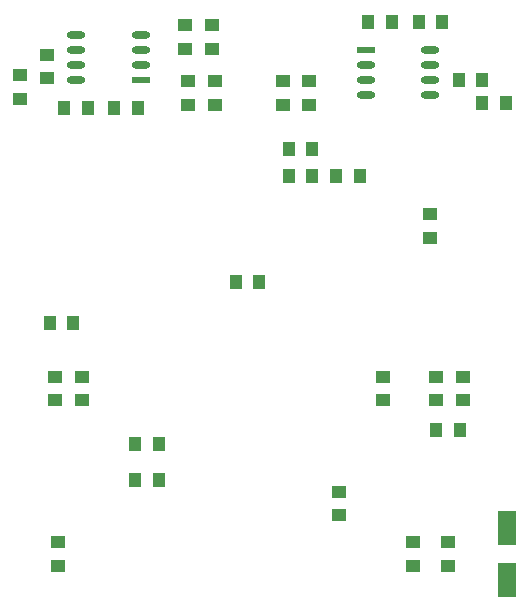
<source format=gtp>
G04*
G04 #@! TF.GenerationSoftware,Altium Limited,Altium Designer,24.2.2 (26)*
G04*
G04 Layer_Color=8421504*
%FSLAX25Y25*%
%MOIN*%
G70*
G04*
G04 #@! TF.SameCoordinates,D69A43C9-FDAF-4BAE-836A-D486D32142D5*
G04*
G04*
G04 #@! TF.FilePolarity,Positive*
G04*
G01*
G75*
%ADD14R,0.04921X0.03937*%
%ADD15R,0.03937X0.04921*%
%ADD16R,0.06299X0.11811*%
%ADD17O,0.06102X0.02362*%
%ADD18R,0.06102X0.02362*%
D14*
X163386Y333661D02*
D03*
Y341535D02*
D03*
X157480Y232283D02*
D03*
Y224410D02*
D03*
X169291D02*
D03*
Y232283D02*
D03*
X82677Y385827D02*
D03*
Y377953D02*
D03*
X91535Y385827D02*
D03*
Y377953D02*
D03*
X81693Y396654D02*
D03*
Y404528D02*
D03*
X35433Y394685D02*
D03*
Y386811D02*
D03*
X90551Y396654D02*
D03*
Y404528D02*
D03*
X26575Y387795D02*
D03*
Y379921D02*
D03*
X123031Y385827D02*
D03*
Y377953D02*
D03*
X114173Y377953D02*
D03*
Y385827D02*
D03*
X38386Y287402D02*
D03*
Y279528D02*
D03*
X165354Y287402D02*
D03*
Y279528D02*
D03*
X147638D02*
D03*
Y287402D02*
D03*
X47244Y279528D02*
D03*
Y287402D02*
D03*
X132874Y241142D02*
D03*
Y249016D02*
D03*
X174213Y279528D02*
D03*
Y287402D02*
D03*
X39370Y232283D02*
D03*
Y224409D02*
D03*
D15*
X72835Y252868D02*
D03*
X64961D02*
D03*
X131890Y354331D02*
D03*
X139764D02*
D03*
X98425Y318898D02*
D03*
X106299D02*
D03*
X65945Y376969D02*
D03*
X58071D02*
D03*
X41339D02*
D03*
X49213D02*
D03*
X188583Y378740D02*
D03*
X180709D02*
D03*
X142717Y405512D02*
D03*
X150591D02*
D03*
X167323D02*
D03*
X159449D02*
D03*
X180709Y386417D02*
D03*
X172835D02*
D03*
X124016Y354331D02*
D03*
X116142D02*
D03*
Y363189D02*
D03*
X124016D02*
D03*
X173228Y269685D02*
D03*
X165354D02*
D03*
X64961Y264764D02*
D03*
X72835D02*
D03*
X44291Y305118D02*
D03*
X36417D02*
D03*
D16*
X188976Y237008D02*
D03*
X188976Y219685D02*
D03*
D17*
X45374Y401201D02*
D03*
Y396201D02*
D03*
Y391201D02*
D03*
Y386201D02*
D03*
X66831Y401201D02*
D03*
Y396201D02*
D03*
Y391201D02*
D03*
X163287Y381279D02*
D03*
Y386280D02*
D03*
Y391280D02*
D03*
Y396280D02*
D03*
X141831Y381279D02*
D03*
Y386280D02*
D03*
Y391280D02*
D03*
D18*
X66831Y386201D02*
D03*
X141831Y396280D02*
D03*
M02*

</source>
